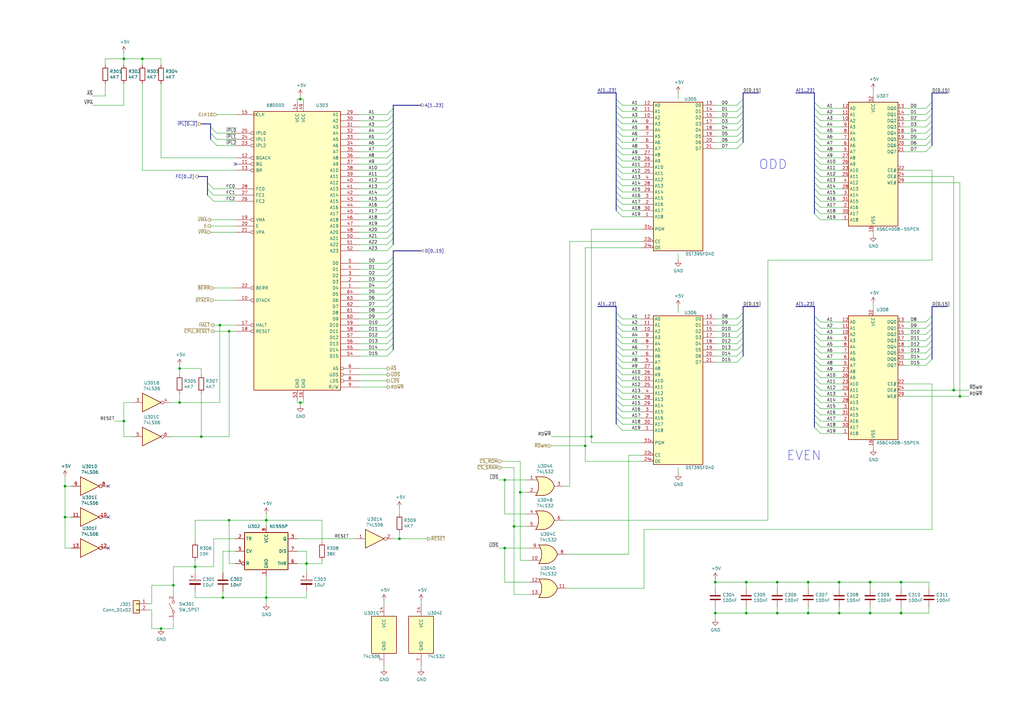
<source format=kicad_sch>
(kicad_sch (version 20231120) (generator "eeschema") (generator_version "8.0")
  (paper "A3")
  (title_block (title "Y Ddraig") (company "Stephen Moody"))
  (junction (at 318.77 238.76))
  (junction (at 293.37 238.76))
  (junction (at 331.47 251.46))
  (junction (at 93.98 213.36))
  (junction (at 26.67 199.39))
  (junction (at 58.42 24.13))
  (junction (at 213.36 201.93))
  (junction (at 109.22 245.11))
  (junction (at 50.8 172.72))
  (junction (at 391.16 160.02))
  (junction (at 318.77 251.46))
  (junction (at 123.19 165.1))
  (junction (at 90.17 133.35))
  (junction (at 331.47 238.76))
  (junction (at 73.66 151.13))
  (junction (at 80.01 232.41))
  (junction (at 369.57 238.76))
  (junction (at 242.57 179.07))
  (junction (at 306.07 238.76))
  (junction (at 344.17 251.46))
  (junction (at 240.03 182.88))
  (junction (at 163.83 220.98))
  (junction (at 393.7 162.56))
  (junction (at 73.66 165.1))
  (junction (at 369.57 251.46))
  (junction (at 50.8 24.13))
  (junction (at 125.73 231.14))
  (junction (at 207.01 224.79))
  (junction (at 344.17 238.76))
  (junction (at 123.19 40.64))
  (junction (at 210.82 215.9))
  (junction (at 71.12 240.03))
  (junction (at 293.37 251.46))
  (junction (at 66.04 257.81))
  (junction (at 91.44 245.11))
  (junction (at 109.22 213.36))
  (junction (at 356.87 251.46))
  (junction (at 207.01 196.85))
  (junction (at 26.67 212.09))
  (junction (at 356.87 238.76))
  (junction (at 93.98 135.89))
  (junction (at 82.55 179.07))
  (junction (at 306.07 251.46))
  (no_connect (at 96.52 67.31))
  (no_connect (at 44.45 199.39))
  (no_connect (at 44.45 224.79))
  (no_connect (at 44.45 212.09))
  (bus_entry (at 158.75 80.01) (size 2.54 -2.54))
  (bus_entry (at 382.27 49.53) (size -2.54 2.54))
  (bus_entry (at 252.73 60.96) (size 2.54 2.54))
  (bus_entry (at 158.75 72.39) (size 2.54 -2.54))
  (bus_entry (at 334.01 152.4) (size 2.54 2.54))
  (bus_entry (at 334.01 87.63) (size 2.54 2.54))
  (bus_entry (at 334.01 134.62) (size 2.54 2.54))
  (bus_entry (at 334.01 154.94) (size 2.54 2.54))
  (bus_entry (at 158.75 146.05) (size 2.54 -2.54))
  (bus_entry (at 334.01 41.91) (size 2.54 2.54))
  (bus_entry (at 382.27 147.32) (size -2.54 2.54))
  (bus_entry (at 334.01 144.78) (size 2.54 2.54))
  (bus_entry (at 158.75 140.97) (size 2.54 -2.54))
  (bus_entry (at 252.73 166.37) (size 2.54 2.54))
  (bus_entry (at 334.01 139.7) (size 2.54 2.54))
  (bus_entry (at 304.8 140.97) (size -2.54 2.54))
  (bus_entry (at 252.73 45.72) (size 2.54 2.54))
  (bus_entry (at 252.73 40.64) (size 2.54 2.54))
  (bus_entry (at 158.75 133.35) (size 2.54 -2.54))
  (bus_entry (at 252.73 73.66) (size 2.54 2.54))
  (bus_entry (at 334.01 54.61) (size 2.54 2.54))
  (bus_entry (at 334.01 129.54) (size 2.54 2.54))
  (bus_entry (at 304.8 135.89) (size -2.54 2.54))
  (bus_entry (at 252.73 81.28) (size 2.54 2.54))
  (bus_entry (at 252.73 151.13) (size 2.54 2.54))
  (bus_entry (at 252.73 138.43) (size 2.54 2.54))
  (bus_entry (at 382.27 142.24) (size -2.54 2.54))
  (bus_entry (at 382.27 44.45) (size -2.54 2.54))
  (bus_entry (at 158.75 54.61) (size 2.54 -2.54))
  (bus_entry (at 382.27 134.62) (size -2.54 2.54))
  (bus_entry (at 252.73 76.2) (size 2.54 2.54))
  (bus_entry (at 334.01 137.16) (size 2.54 2.54))
  (bus_entry (at 252.73 71.12) (size 2.54 2.54))
  (bus_entry (at 158.75 125.73) (size 2.54 -2.54))
  (bus_entry (at 382.27 52.07) (size -2.54 2.54))
  (bus_entry (at 158.75 77.47) (size 2.54 -2.54))
  (bus_entry (at 158.75 115.57) (size 2.54 -2.54))
  (bus_entry (at 158.75 130.81) (size 2.54 -2.54))
  (bus_entry (at 158.75 74.93) (size 2.54 -2.54))
  (bus_entry (at 158.75 97.79) (size 2.54 -2.54))
  (bus_entry (at 252.73 86.36) (size 2.54 2.54))
  (bus_entry (at 252.73 50.8) (size 2.54 2.54))
  (bus_entry (at 334.01 49.53) (size 2.54 2.54))
  (bus_entry (at 252.73 133.35) (size 2.54 2.54))
  (bus_entry (at 158.75 128.27) (size 2.54 -2.54))
  (bus_entry (at 382.27 139.7) (size -2.54 2.54))
  (bus_entry (at 252.73 48.26) (size 2.54 2.54))
  (bus_entry (at 334.01 149.86) (size 2.54 2.54))
  (bus_entry (at 252.73 130.81) (size 2.54 2.54))
  (bus_entry (at 158.75 46.99) (size 2.54 -2.54))
  (bus_entry (at 158.75 67.31) (size 2.54 -2.54))
  (bus_entry (at 158.75 100.33) (size 2.54 -2.54))
  (bus_entry (at 382.27 144.78) (size -2.54 2.54))
  (bus_entry (at 304.8 40.64) (size -2.54 2.54))
  (bus_entry (at 334.01 59.69) (size 2.54 2.54))
  (bus_entry (at 158.75 138.43) (size 2.54 -2.54))
  (bus_entry (at 252.73 83.82) (size 2.54 2.54))
  (bus_entry (at 158.75 64.77) (size 2.54 -2.54))
  (bus_entry (at 334.01 74.93) (size 2.54 2.54))
  (bus_entry (at 252.73 171.45) (size 2.54 2.54))
  (bus_entry (at 85.09 74.93) (size 2.54 2.54))
  (bus_entry (at 382.27 137.16) (size -2.54 2.54))
  (bus_entry (at 158.75 85.09) (size 2.54 -2.54))
  (bus_entry (at 334.01 72.39) (size 2.54 2.54))
  (bus_entry (at 382.27 57.15) (size -2.54 2.54))
  (bus_entry (at 252.73 146.05) (size 2.54 2.54))
  (bus_entry (at 158.75 92.71) (size 2.54 -2.54))
  (bus_entry (at 334.01 62.23) (size 2.54 2.54))
  (bus_entry (at 334.01 175.26) (size 2.54 2.54))
  (bus_entry (at 252.73 68.58) (size 2.54 2.54))
  (bus_entry (at 334.01 46.99) (size 2.54 2.54))
  (bus_entry (at 334.01 44.45) (size 2.54 2.54))
  (bus_entry (at 382.27 132.08) (size -2.54 2.54))
  (bus_entry (at 158.75 120.65) (size 2.54 -2.54))
  (bus_entry (at 252.73 135.89) (size 2.54 2.54))
  (bus_entry (at 334.01 172.72) (size 2.54 2.54))
  (bus_entry (at 334.01 67.31) (size 2.54 2.54))
  (bus_entry (at 158.75 52.07) (size 2.54 -2.54))
  (bus_entry (at 252.73 43.18) (size 2.54 2.54))
  (bus_entry (at 334.01 165.1) (size 2.54 2.54))
  (bus_entry (at 158.75 107.95) (size 2.54 -2.54))
  (bus_entry (at 86.36 57.15) (size 2.54 2.54))
  (bus_entry (at 158.75 57.15) (size 2.54 -2.54))
  (bus_entry (at 304.8 45.72) (size -2.54 2.54))
  (bus_entry (at 158.75 123.19) (size 2.54 -2.54))
  (bus_entry (at 252.73 168.91) (size 2.54 2.54))
  (bus_entry (at 382.27 129.54) (size -2.54 2.54))
  (bus_entry (at 252.73 66.04) (size 2.54 2.54))
  (bus_entry (at 304.8 50.8) (size -2.54 2.54))
  (bus_entry (at 334.01 142.24) (size 2.54 2.54))
  (bus_entry (at 334.01 157.48) (size 2.54 2.54))
  (bus_entry (at 158.75 49.53) (size 2.54 -2.54))
  (bus_entry (at 252.73 173.99) (size 2.54 2.54))
  (bus_entry (at 304.8 128.27) (size -2.54 2.54))
  (bus_entry (at 304.8 55.88) (size -2.54 2.54))
  (bus_entry (at 158.75 102.87) (size 2.54 -2.54))
  (bus_entry (at 304.8 43.18) (size -2.54 2.54))
  (bus_entry (at 252.73 148.59) (size 2.54 2.54))
  (bus_entry (at 334.01 160.02) (size 2.54 2.54))
  (bus_entry (at 334.01 57.15) (size 2.54 2.54))
  (bus_entry (at 334.01 52.07) (size 2.54 2.54))
  (bus_entry (at 252.73 153.67) (size 2.54 2.54))
  (bus_entry (at 304.8 58.42) (size -2.54 2.54))
  (bus_entry (at 252.73 158.75) (size 2.54 2.54))
  (bus_entry (at 158.75 69.85) (size 2.54 -2.54))
  (bus_entry (at 252.73 156.21) (size 2.54 2.54))
  (bus_entry (at 158.75 90.17) (size 2.54 -2.54))
  (bus_entry (at 382.27 54.61) (size -2.54 2.54))
  (bus_entry (at 252.73 140.97) (size 2.54 2.54))
  (bus_entry (at 86.36 54.61) (size 2.54 2.54))
  (bus_entry (at 304.8 138.43) (size -2.54 2.54))
  (bus_entry (at 334.01 69.85) (size 2.54 2.54))
  (bus_entry (at 334.01 170.18) (size 2.54 2.54))
  (bus_entry (at 252.73 161.29) (size 2.54 2.54))
  (bus_entry (at 158.75 113.03) (size 2.54 -2.54))
  (bus_entry (at 334.01 77.47) (size 2.54 2.54))
  (bus_entry (at 334.01 167.64) (size 2.54 2.54))
  (bus_entry (at 334.01 64.77) (size 2.54 2.54))
  (bus_entry (at 334.01 80.01) (size 2.54 2.54))
  (bus_entry (at 252.73 63.5) (size 2.54 2.54))
  (bus_entry (at 158.75 87.63) (size 2.54 -2.54))
  (bus_entry (at 158.75 95.25) (size 2.54 -2.54))
  (bus_entry (at 334.01 82.55) (size 2.54 2.54))
  (bus_entry (at 86.36 52.07) (size 2.54 2.54))
  (bus_entry (at 158.75 59.69) (size 2.54 -2.54))
  (bus_entry (at 334.01 147.32) (size 2.54 2.54))
  (bus_entry (at 304.8 53.34) (size -2.54 2.54))
  (bus_entry (at 252.73 163.83) (size 2.54 2.54))
  (bus_entry (at 304.8 48.26) (size -2.54 2.54))
  (bus_entry (at 334.01 162.56) (size 2.54 2.54))
  (bus_entry (at 85.09 77.47) (size 2.54 2.54))
  (bus_entry (at 158.75 110.49) (size 2.54 -2.54))
  (bus_entry (at 252.73 53.34) (size 2.54 2.54))
  (bus_entry (at 158.75 135.89) (size 2.54 -2.54))
  (bus_entry (at 252.73 78.74) (size 2.54 2.54))
  (bus_entry (at 158.75 143.51) (size 2.54 -2.54))
  (bus_entry (at 158.75 82.55) (size 2.54 -2.54))
  (bus_entry (at 334.01 132.08) (size 2.54 2.54))
  (bus_entry (at 252.73 55.88) (size 2.54 2.54))
  (bus_entry (at 252.73 128.27) (size 2.54 2.54))
  (bus_entry (at 382.27 59.69) (size -2.54 2.54))
  (bus_entry (at 334.01 85.09) (size 2.54 2.54))
  (bus_entry (at 158.75 62.23) (size 2.54 -2.54))
  (bus_entry (at 382.27 41.91) (size -2.54 2.54))
  (bus_entry (at 158.75 118.11) (size 2.54 -2.54))
  (bus_entry (at 304.8 146.05) (size -2.54 2.54))
  (bus_entry (at 85.09 80.01) (size 2.54 2.54))
  (bus_entry (at 304.8 143.51) (size -2.54 2.54))
  (bus_entry (at 252.73 58.42) (size 2.54 2.54))
  (bus_entry (at 304.8 133.35) (size -2.54 2.54))
  (bus_entry (at 382.27 46.99) (size -2.54 2.54))
  (bus_entry (at 252.73 143.51) (size 2.54 2.54))
  (bus_entry (at 304.8 130.81) (size -2.54 2.54))
  (wire (pts (xy 306.07 251.46) (xy 293.37 251.46)))
  (bus (pts (xy 334.01 49.53) (xy 334.01 52.07)))
  (wire (pts (xy 62.23 257.81) (xy 66.04 257.81)))
  (wire (pts (xy 336.55 167.64) (xy 345.44 167.64)))
  (wire (pts (xy 158.75 151.13) (xy 147.32 151.13)))
  (bus (pts (xy 334.01 142.24) (xy 334.01 144.78)))
  (wire (pts (xy 87.63 220.98) (xy 87.63 232.41)))
  (wire (pts (xy 66.04 64.77) (xy 66.04 34.29)))
  (wire (pts (xy 345.44 67.31) (xy 336.55 67.31)))
  (wire (pts (xy 217.17 238.76) (xy 207.01 238.76)))
  (wire (pts (xy 379.73 139.7) (xy 370.84 139.7)))
  (wire (pts (xy 370.84 160.02) (xy 391.16 160.02)))
  (bus (pts (xy 382.27 125.73) (xy 388.62 125.73)))
  (wire (pts (xy 172.72 247.65) (xy 172.72 246.38)))
  (bus (pts (xy 334.01 62.23) (xy 334.01 64.77)))
  (wire (pts (xy 240.03 189.23) (xy 262.89 189.23)))
  (bus (pts (xy 382.27 49.53) (xy 382.27 52.07)))
  (bus (pts (xy 382.27 38.1) (xy 388.62 38.1)))
  (wire (pts (xy 382.27 69.85) (xy 370.84 69.85)))
  (wire (pts (xy 345.44 170.18) (xy 336.55 170.18)))
  (wire (pts (xy 240.03 101.6) (xy 240.03 182.88)))
  (wire (pts (xy 147.32 138.43) (xy 158.75 138.43)))
  (wire (pts (xy 58.42 69.85) (xy 58.42 34.29)))
  (wire (pts (xy 262.89 143.51) (xy 255.27 143.51)))
  (wire (pts (xy 381 241.3) (xy 381 238.76)))
  (bus (pts (xy 161.29 97.79) (xy 161.29 100.33)))
  (bus (pts (xy 334.01 67.31) (xy 334.01 69.85)))
  (wire (pts (xy 302.26 60.96) (xy 293.37 60.96)))
  (bus (pts (xy 334.01 149.86) (xy 334.01 152.4)))
  (bus (pts (xy 252.73 81.28) (xy 252.73 83.82)))
  (wire (pts (xy 90.17 165.1) (xy 90.17 133.35)))
  (wire (pts (xy 262.89 138.43) (xy 255.27 138.43)))
  (wire (pts (xy 96.52 46.99) (xy 88.9 46.99)))
  (wire (pts (xy 379.73 52.07) (xy 370.84 52.07)))
  (bus (pts (xy 252.73 135.89) (xy 252.73 138.43)))
  (wire (pts (xy 147.32 146.05) (xy 158.75 146.05)))
  (wire (pts (xy 264.16 217.17) (xy 382.27 217.17)))
  (wire (pts (xy 205.74 189.23) (xy 213.36 189.23)))
  (wire (pts (xy 278.13 194.31) (xy 278.13 191.77)))
  (wire (pts (xy 231.14 199.39) (xy 233.68 199.39)))
  (wire (pts (xy 147.32 52.07) (xy 158.75 52.07)))
  (bus (pts (xy 334.01 82.55) (xy 334.01 85.09)))
  (wire (pts (xy 336.55 177.8) (xy 345.44 177.8)))
  (wire (pts (xy 356.87 238.76) (xy 356.87 241.3)))
  (wire (pts (xy 46.99 172.72) (xy 50.8 172.72)))
  (wire (pts (xy 382.27 157.48) (xy 382.27 217.17)))
  (wire (pts (xy 26.67 224.79) (xy 29.21 224.79)))
  (wire (pts (xy 370.84 74.93) (xy 393.7 74.93)))
  (wire (pts (xy 50.8 26.67) (xy 50.8 24.13)))
  (bus (pts (xy 86.36 50.8) (xy 86.36 52.07)))
  (wire (pts (xy 382.27 106.68) (xy 382.27 69.85)))
  (bus (pts (xy 304.8 50.8) (xy 304.8 53.34)))
  (wire (pts (xy 147.32 95.25) (xy 158.75 95.25)))
  (wire (pts (xy 123.19 40.64) (xy 121.92 40.64)))
  (bus (pts (xy 334.01 74.93) (xy 334.01 77.47)))
  (bus (pts (xy 304.8 138.43) (xy 304.8 140.97)))
  (wire (pts (xy 26.67 212.09) (xy 26.67 224.79)))
  (bus (pts (xy 161.29 102.87) (xy 161.29 105.41)))
  (bus (pts (xy 382.27 46.99) (xy 382.27 49.53)))
  (wire (pts (xy 344.17 241.3) (xy 344.17 238.76)))
  (wire (pts (xy 345.44 52.07) (xy 336.55 52.07)))
  (wire (pts (xy 302.26 148.59) (xy 293.37 148.59)))
  (wire (pts (xy 336.55 147.32) (xy 345.44 147.32)))
  (wire (pts (xy 73.66 151.13) (xy 73.66 149.86)))
  (wire (pts (xy 293.37 238.76) (xy 306.07 238.76)))
  (wire (pts (xy 262.89 153.67) (xy 255.27 153.67)))
  (wire (pts (xy 163.83 220.98) (xy 163.83 218.44)))
  (bus (pts (xy 161.29 107.95) (xy 161.29 110.49)))
  (wire (pts (xy 93.98 213.36) (xy 109.22 213.36)))
  (wire (pts (xy 318.77 241.3) (xy 318.77 238.76)))
  (wire (pts (xy 109.22 213.36) (xy 132.08 213.36)))
  (wire (pts (xy 204.47 196.85) (xy 207.01 196.85)))
  (bus (pts (xy 161.29 87.63) (xy 161.29 90.17)))
  (wire (pts (xy 158.75 115.57) (xy 147.32 115.57)))
  (wire (pts (xy 255.27 151.13) (xy 262.89 151.13)))
  (bus (pts (xy 334.01 154.94) (xy 334.01 157.48)))
  (bus (pts (xy 161.29 54.61) (xy 161.29 57.15)))
  (wire (pts (xy 345.44 46.99) (xy 336.55 46.99)))
  (wire (pts (xy 96.52 92.71) (xy 86.36 92.71)))
  (wire (pts (xy 87.63 135.89) (xy 93.98 135.89)))
  (wire (pts (xy 158.75 135.89) (xy 147.32 135.89)))
  (wire (pts (xy 293.37 238.76) (xy 293.37 237.49)))
  (wire (pts (xy 336.55 69.85) (xy 345.44 69.85)))
  (bus (pts (xy 252.73 133.35) (xy 252.73 135.89)))
  (bus (pts (xy 382.27 57.15) (xy 382.27 59.69)))
  (bus (pts (xy 252.73 151.13) (xy 252.73 153.67)))
  (wire (pts (xy 90.17 133.35) (xy 87.63 133.35)))
  (wire (pts (xy 86.36 95.25) (xy 96.52 95.25)))
  (wire (pts (xy 58.42 69.85) (xy 96.52 69.85)))
  (wire (pts (xy 306.07 248.92) (xy 306.07 251.46)))
  (wire (pts (xy 331.47 251.46) (xy 318.77 251.46)))
  (wire (pts (xy 123.19 166.37) (xy 123.19 165.1)))
  (wire (pts (xy 255.27 166.37) (xy 262.89 166.37)))
  (wire (pts (xy 124.46 165.1) (xy 124.46 163.83)))
  (bus (pts (xy 161.29 110.49) (xy 161.29 113.03)))
  (bus (pts (xy 252.73 43.18) (xy 252.73 45.72)))
  (bus (pts (xy 252.73 73.66) (xy 252.73 76.2)))
  (bus (pts (xy 86.36 52.07) (xy 86.36 54.61)))
  (bus (pts (xy 161.29 123.19) (xy 161.29 125.73)))
  (wire (pts (xy 132.08 213.36) (xy 132.08 222.25)))
  (bus (pts (xy 334.01 134.62) (xy 334.01 137.16)))
  (wire (pts (xy 302.26 45.72) (xy 293.37 45.72)))
  (wire (pts (xy 26.67 212.09) (xy 29.21 212.09)))
  (bus (pts (xy 382.27 144.78) (xy 382.27 147.32)))
  (wire (pts (xy 331.47 241.3) (xy 331.47 238.76)))
  (wire (pts (xy 358.14 184.15) (xy 358.14 182.88)))
  (wire (pts (xy 147.32 80.01) (xy 158.75 80.01)))
  (wire (pts (xy 71.12 257.81) (xy 66.04 257.81)))
  (wire (pts (xy 379.73 149.86) (xy 370.84 149.86)))
  (wire (pts (xy 91.44 245.11) (xy 80.01 245.11)))
  (bus (pts (xy 161.29 105.41) (xy 161.29 107.95)))
  (bus (pts (xy 85.09 72.39) (xy 81.28 72.39)))
  (wire (pts (xy 262.89 66.04) (xy 255.27 66.04)))
  (wire (pts (xy 293.37 146.05) (xy 302.26 146.05)))
  (wire (pts (xy 381 251.46) (xy 381 248.92)))
  (wire (pts (xy 262.89 173.99) (xy 255.27 173.99)))
  (wire (pts (xy 87.63 123.19) (xy 96.52 123.19)))
  (wire (pts (xy 213.36 189.23) (xy 213.36 201.93)))
  (bus (pts (xy 252.73 171.45) (xy 252.73 173.99)))
  (bus (pts (xy 161.29 43.18) (xy 161.29 44.45)))
  (wire (pts (xy 302.26 138.43) (xy 293.37 138.43)))
  (wire (pts (xy 26.67 195.58) (xy 26.67 199.39)))
  (bus (pts (xy 334.01 125.73) (xy 326.39 125.73)))
  (bus (pts (xy 161.29 46.99) (xy 161.29 49.53)))
  (wire (pts (xy 370.84 44.45) (xy 379.73 44.45)))
  (wire (pts (xy 210.82 215.9) (xy 215.9 215.9)))
  (wire (pts (xy 147.32 158.75) (xy 158.75 158.75)))
  (wire (pts (xy 157.48 247.65) (xy 157.48 246.38)))
  (bus (pts (xy 252.73 168.91) (xy 252.73 171.45)))
  (bus (pts (xy 252.73 148.59) (xy 252.73 151.13)))
  (bus (pts (xy 161.29 102.87) (xy 172.72 102.87)))
  (wire (pts (xy 213.36 229.87) (xy 217.17 229.87)))
  (wire (pts (xy 391.16 160.02) (xy 397.51 160.02)))
  (bus (pts (xy 252.73 161.29) (xy 252.73 163.83)))
  (wire (pts (xy 336.55 137.16) (xy 345.44 137.16)))
  (bus (pts (xy 85.09 74.93) (xy 85.09 77.47)))
  (bus (pts (xy 161.29 64.77) (xy 161.29 67.31)))
  (wire (pts (xy 82.55 179.07) (xy 82.55 161.29)))
  (wire (pts (xy 207.01 196.85) (xy 215.9 196.85)))
  (bus (pts (xy 334.01 41.91) (xy 334.01 44.45)))
  (wire (pts (xy 80.01 229.87) (xy 80.01 232.41)))
  (wire (pts (xy 73.66 165.1) (xy 73.66 161.29)))
  (wire (pts (xy 158.75 92.71) (xy 147.32 92.71)))
  (wire (pts (xy 262.89 86.36) (xy 255.27 86.36)))
  (bus (pts (xy 334.01 170.18) (xy 334.01 172.72)))
  (wire (pts (xy 147.32 133.35) (xy 158.75 133.35)))
  (wire (pts (xy 73.66 153.67) (xy 73.66 151.13)))
  (bus (pts (xy 304.8 38.1) (xy 304.8 40.64)))
  (wire (pts (xy 302.26 143.51) (xy 293.37 143.51)))
  (wire (pts (xy 345.44 165.1) (xy 336.55 165.1)))
  (wire (pts (xy 158.75 87.63) (xy 147.32 87.63)))
  (bus (pts (xy 252.73 125.73) (xy 245.11 125.73)))
  (wire (pts (xy 255.27 78.74) (xy 262.89 78.74)))
  (wire (pts (xy 158.75 102.87) (xy 147.32 102.87)))
  (bus (pts (xy 252.73 38.1) (xy 245.11 38.1)))
  (wire (pts (xy 147.32 67.31) (xy 158.75 67.31)))
  (bus (pts (xy 161.29 62.23) (xy 161.29 64.77)))
  (wire (pts (xy 158.75 74.93) (xy 147.32 74.93)))
  (bus (pts (xy 382.27 137.16) (xy 382.27 139.7)))
  (wire (pts (xy 50.8 43.18) (xy 50.8 34.29)))
  (bus (pts (xy 86.36 54.61) (xy 86.36 57.15)))
  (bus (pts (xy 161.29 52.07) (xy 161.29 54.61)))
  (wire (pts (xy 391.16 160.02) (xy 391.16 72.39)))
  (wire (pts (xy 80.01 232.41) (xy 71.12 232.41)))
  (wire (pts (xy 255.27 130.81) (xy 262.89 130.81)))
  (wire (pts (xy 50.8 24.13) (xy 50.8 21.59)))
  (wire (pts (xy 158.75 110.49) (xy 147.32 110.49)))
  (bus (pts (xy 252.73 60.96) (xy 252.73 63.5)))
  (wire (pts (xy 257.81 186.69) (xy 262.89 186.69)))
  (bus (pts (xy 161.29 82.55) (xy 161.29 85.09)))
  (wire (pts (xy 147.32 118.11) (xy 158.75 118.11)))
  (wire (pts (xy 255.27 88.9) (xy 262.89 88.9)))
  (wire (pts (xy 91.44 242.57) (xy 91.44 245.11)))
  (wire (pts (xy 336.55 80.01) (xy 345.44 80.01)))
  (wire (pts (xy 393.7 74.93) (xy 393.7 162.56)))
  (bus (pts (xy 252.73 125.73) (xy 252.73 128.27)))
  (wire (pts (xy 215.9 210.82) (xy 207.01 210.82)))
  (bus (pts (xy 334.01 52.07) (xy 334.01 54.61)))
  (wire (pts (xy 93.98 135.89) (xy 96.52 135.89)))
  (bus (pts (xy 161.29 80.01) (xy 161.29 82.55)))
  (bus (pts (xy 252.73 76.2) (xy 252.73 78.74)))
  (wire (pts (xy 80.01 213.36) (xy 93.98 213.36)))
  (wire (pts (xy 262.89 133.35) (xy 255.27 133.35)))
  (wire (pts (xy 96.52 220.98) (xy 87.63 220.98)))
  (wire (pts (xy 147.32 62.23) (xy 158.75 62.23)))
  (bus (pts (xy 161.29 95.25) (xy 161.29 97.79)))
  (wire (pts (xy 262.89 168.91) (xy 255.27 168.91)))
  (wire (pts (xy 91.44 245.11) (xy 109.22 245.11)))
  (wire (pts (xy 60.96 247.65) (xy 62.23 247.65)))
  (wire (pts (xy 86.36 90.17) (xy 96.52 90.17)))
  (bus (pts (xy 304.8 130.81) (xy 304.8 133.35)))
  (wire (pts (xy 293.37 43.18) (xy 302.26 43.18)))
  (wire (pts (xy 358.14 124.46) (xy 358.14 127)))
  (bus (pts (xy 252.73 45.72) (xy 252.73 48.26)))
  (bus (pts (xy 334.01 137.16) (xy 334.01 139.7)))
  (wire (pts (xy 344.17 248.92) (xy 344.17 251.46)))
  (wire (pts (xy 62.23 250.19) (xy 62.23 257.81)))
  (bus (pts (xy 252.73 78.74) (xy 252.73 81.28)))
  (wire (pts (xy 262.89 158.75) (xy 255.27 158.75)))
  (bus (pts (xy 252.73 140.97) (xy 252.73 143.51)))
  (wire (pts (xy 232.41 227.33) (xy 257.81 227.33)))
  (wire (pts (xy 293.37 140.97) (xy 302.26 140.97)))
  (wire (pts (xy 314.96 213.36) (xy 314.96 106.68)))
  (wire (pts (xy 158.75 156.21) (xy 147.32 156.21)))
  (wire (pts (xy 345.44 82.55) (xy 336.55 82.55)))
  (wire (pts (xy 345.44 160.02) (xy 336.55 160.02)))
  (wire (pts (xy 370.84 147.32) (xy 379.73 147.32)))
  (wire (pts (xy 262.89 163.83) (xy 255.27 163.83)))
  (bus (pts (xy 304.8 143.51) (xy 304.8 146.05)))
  (wire (pts (xy 43.18 26.67) (xy 43.18 24.13)))
  (wire (pts (xy 345.44 175.26) (xy 336.55 175.26)))
  (wire (pts (xy 158.75 64.77) (xy 147.32 64.77)))
  (wire (pts (xy 242.57 181.61) (xy 262.89 181.61)))
  (bus (pts (xy 334.01 167.64) (xy 334.01 170.18)))
  (bus (pts (xy 334.01 72.39) (xy 334.01 74.93)))
  (wire (pts (xy 293.37 248.92) (xy 293.37 251.46)))
  (wire (pts (xy 123.19 40.64) (xy 123.19 39.37)))
  (bus (pts (xy 334.01 44.45) (xy 334.01 46.99)))
  (bus (pts (xy 382.27 54.61) (xy 382.27 57.15)))
  (wire (pts (xy 147.32 143.51) (xy 158.75 143.51)))
  (bus (pts (xy 161.29 140.97) (xy 161.29 143.51)))
  (wire (pts (xy 369.57 248.92) (xy 369.57 251.46)))
  (bus (pts (xy 252.73 130.81) (xy 252.73 133.35)))
  (wire (pts (xy 345.44 77.47) (xy 336.55 77.47)))
  (wire (pts (xy 87.63 232.41) (xy 80.01 232.41)))
  (wire (pts (xy 147.32 113.03) (xy 158.75 113.03)))
  (bus (pts (xy 304.8 40.64) (xy 304.8 43.18)))
  (bus (pts (xy 161.29 72.39) (xy 161.29 74.93)))
  (wire (pts (xy 66.04 24.13) (xy 66.04 26.67)))
  (wire (pts (xy 345.44 62.23) (xy 336.55 62.23)))
  (wire (pts (xy 336.55 172.72) (xy 345.44 172.72)))
  (wire (pts (xy 96.52 226.06) (xy 91.44 226.06)))
  (bus (pts (xy 86.36 50.8) (xy 82.55 50.8)))
  (bus (pts (xy 334.01 46.99) (xy 334.01 49.53)))
  (bus (pts (xy 252.73 163.83) (xy 252.73 166.37)))
  (bus (pts (xy 382.27 125.73) (xy 382.27 129.54)))
  (wire (pts (xy 96.52 133.35) (xy 90.17 133.35)))
  (wire (pts (xy 82.55 179.07) (xy 93.98 179.07)))
  (bus (pts (xy 334.01 59.69) (xy 334.01 62.23)))
  (wire (pts (xy 345.44 144.78) (xy 336.55 144.78)))
  (bus (pts (xy 382.27 38.1) (xy 382.27 41.91)))
  (bus (pts (xy 334.01 165.1) (xy 334.01 167.64)))
  (bus (pts (xy 161.29 138.43) (xy 161.29 140.97)))
  (wire (pts (xy 262.89 76.2) (xy 255.27 76.2)))
  (wire (pts (xy 262.89 55.88) (xy 255.27 55.88)))
  (wire (pts (xy 255.27 135.89) (xy 262.89 135.89)))
  (wire (pts (xy 207.01 238.76) (xy 207.01 224.79)))
  (wire (pts (xy 255.27 161.29) (xy 262.89 161.29)))
  (wire (pts (xy 163.83 210.82) (xy 163.83 208.28)))
  (bus (pts (xy 304.8 43.18) (xy 304.8 45.72)))
  (wire (pts (xy 255.27 171.45) (xy 262.89 171.45)))
  (wire (pts (xy 370.84 142.24) (xy 379.73 142.24)))
  (wire (pts (xy 331.47 248.92) (xy 331.47 251.46)))
  (wire (pts (xy 369.57 251.46) (xy 356.87 251.46)))
  (bus (pts (xy 161.29 59.69) (xy 161.29 62.23)))
  (bus (pts (xy 382.27 134.62) (xy 382.27 137.16)))
  (wire (pts (xy 147.32 46.99) (xy 158.75 46.99)))
  (wire (pts (xy 356.87 251.46) (xy 344.17 251.46)))
  (wire (pts (xy 233.68 99.06) (xy 262.89 99.06)))
  (wire (pts (xy 158.75 97.79) (xy 147.32 97.79)))
  (wire (pts (xy 302.26 55.88) (xy 293.37 55.88)))
  (wire (pts (xy 147.32 72.39) (xy 158.75 72.39)))
  (bus (pts (xy 304.8 135.89) (xy 304.8 138.43)))
  (bus (pts (xy 334.01 38.1) (xy 334.01 41.91)))
  (bus (pts (xy 304.8 48.26) (xy 304.8 50.8)))
  (wire (pts (xy 233.68 199.39) (xy 233.68 99.06)))
  (wire (pts (xy 264.16 241.3) (xy 264.16 217.17)))
  (bus (pts (xy 304.8 45.72) (xy 304.8 48.26)))
  (bus (pts (xy 304.8 125.73) (xy 304.8 128.27)))
  (wire (pts (xy 336.55 74.93) (xy 345.44 74.93)))
  (wire (pts (xy 132.08 231.14) (xy 132.08 229.87)))
  (bus (pts (xy 304.8 128.27) (xy 304.8 130.81)))
  (wire (pts (xy 43.18 24.13) (xy 50.8 24.13)))
  (wire (pts (xy 382.27 157.48) (xy 370.84 157.48)))
  (bus (pts (xy 85.09 72.39) (xy 85.09 74.93)))
  (wire (pts (xy 213.36 201.93) (xy 215.9 201.93)))
  (wire (pts (xy 71.12 254) (xy 71.12 257.81)))
  (wire (pts (xy 336.55 90.17) (xy 345.44 90.17)))
  (wire (pts (xy 255.27 48.26) (xy 262.89 48.26)))
  (wire (pts (xy 232.41 241.3) (xy 264.16 241.3)))
  (wire (pts (xy 62.23 240.03) (xy 71.12 240.03)))
  (wire (pts (xy 345.44 87.63) (xy 336.55 87.63)))
  (bus (pts (xy 334.01 157.48) (xy 334.01 160.02)))
  (bus (pts (xy 334.01 64.77) (xy 334.01 67.31)))
  (wire (pts (xy 121.92 165.1) (xy 121.92 163.83)))
  (bus (pts (xy 334.01 162.56) (xy 334.01 165.1)))
  (wire (pts (xy 336.55 49.53) (xy 345.44 49.53)))
  (wire (pts (xy 278.13 125.73) (xy 278.13 128.27)))
  (wire (pts (xy 262.89 60.96) (xy 255.27 60.96)))
  (wire (pts (xy 358.14 36.83) (xy 358.14 39.37)))
  (bus (pts (xy 252.73 158.75) (xy 252.73 161.29)))
  (wire (pts (xy 147.32 123.19) (xy 158.75 123.19)))
  (bus (pts (xy 161.29 90.17) (xy 161.29 92.71)))
  (wire (pts (xy 336.55 142.24) (xy 345.44 142.24)))
  (wire (pts (xy 58.42 24.13) (xy 66.04 24.13)))
  (bus (pts (xy 252.73 128.27) (xy 252.73 130.81)))
  (wire (pts (xy 370.84 132.08) (xy 379.73 132.08)))
  (wire (pts (xy 255.27 58.42) (xy 262.89 58.42)))
  (wire (pts (xy 80.01 245.11) (xy 80.01 242.57)))
  (wire (pts (xy 210.82 191.77) (xy 210.82 215.9)))
  (wire (pts (xy 318.77 251.46) (xy 306.07 251.46)))
  (bus (pts (xy 252.73 53.34) (xy 252.73 55.88)))
  (wire (pts (xy 262.89 45.72) (xy 255.27 45.72)))
  (wire (pts (xy 369.57 241.3) (xy 369.57 238.76)))
  (wire (pts (xy 255.27 176.53) (xy 262.89 176.53)))
  (bus (pts (xy 382.27 132.08) (xy 382.27 134.62)))
  (bus (pts (xy 304.8 125.73) (xy 311.15 125.73)))
  (wire (pts (xy 121.92 226.06) (xy 125.73 226.06)))
  (wire (pts (xy 345.44 72.39) (xy 336.55 72.39)))
  (bus (pts (xy 304.8 140.97) (xy 304.8 143.51)))
  (wire (pts (xy 210.82 191.77) (xy 205.74 191.77)))
  (wire (pts (xy 109.22 245.11) (xy 109.22 236.22)))
  (wire (pts (xy 91.44 226.06) (xy 91.44 234.95)))
  (bus (pts (xy 161.29 125.73) (xy 161.29 128.27)))
  (bus (pts (xy 161.29 44.45) (xy 161.29 46.99)))
  (wire (pts (xy 204.47 224.79) (xy 207.01 224.79)))
  (bus (pts (xy 161.29 128.27) (xy 161.29 130.81)))
  (wire (pts (xy 255.27 140.97) (xy 262.89 140.97)))
  (bus (pts (xy 161.29 57.15) (xy 161.29 59.69)))
  (wire (pts (xy 60.96 250.19) (xy 62.23 250.19)))
  (wire (pts (xy 336.55 44.45) (xy 345.44 44.45)))
  (bus (pts (xy 334.01 57.15) (xy 334.01 59.69)))
  (wire (pts (xy 336.55 59.69) (xy 345.44 59.69)))
  (wire (pts (xy 207.01 224.79) (xy 217.17 224.79)))
  (bus (pts (xy 161.29 49.53) (xy 161.29 52.07)))
  (wire (pts (xy 96.52 231.14) (xy 93.98 231.14)))
  (wire (pts (xy 93.98 231.14) (xy 93.98 213.36)))
  (wire (pts (xy 379.73 46.99) (xy 370.84 46.99)))
  (wire (pts (xy 293.37 251.46) (xy 293.37 254)))
  (bus (pts (xy 161.29 67.31) (xy 161.29 69.85)))
  (bus (pts (xy 252.73 68.58) (xy 252.73 71.12)))
  (bus (pts (xy 304.8 38.1) (xy 311.15 38.1)))
  (wire (pts (xy 158.75 82.55) (xy 147.32 82.55)))
  (wire (pts (xy 147.32 90.17) (xy 158.75 90.17)))
  (wire (pts (xy 147.32 100.33) (xy 158.75 100.33)))
  (wire (pts (xy 336.55 64.77) (xy 345.44 64.77)))
  (bus (pts (xy 252.73 146.05) (xy 252.73 148.59)))
  (bus (pts (xy 252.73 166.37) (xy 252.73 168.91)))
  (wire (pts (xy 158.75 120.65) (xy 147.32 120.65)))
  (bus (pts (xy 252.73 138.43) (xy 252.73 140.97)))
  (wire (pts (xy 255.27 63.5) (xy 262.89 63.5)))
  (wire (pts (xy 293.37 130.81) (xy 302.26 130.81)))
  (wire (pts (xy 73.66 165.1) (xy 90.17 165.1)))
  (wire (pts (xy 336.55 132.08) (xy 345.44 132.08)))
  (wire (pts (xy 262.89 50.8) (xy 255.27 50.8)))
  (wire (pts (xy 336.55 85.09) (xy 345.44 85.09)))
  (wire (pts (xy 318.77 248.92) (xy 318.77 251.46)))
  (wire (pts (xy 109.22 245.11) (xy 109.22 247.65)))
  (bus (pts (xy 334.01 132.08) (xy 334.01 134.62)))
  (wire (pts (xy 255.27 68.58) (xy 262.89 68.58)))
  (bus (pts (xy 161.29 120.65) (xy 161.29 123.19)))
  (wire (pts (xy 96.52 118.11) (xy 87.63 118.11)))
  (bus (pts (xy 161.29 118.11) (xy 161.29 120.65)))
  (bus (pts (xy 161.29 92.71) (xy 161.29 95.25)))
  (wire (pts (xy 71.12 232.41) (xy 71.12 240.03)))
  (wire (pts (xy 125.73 226.06) (xy 125.73 231.14)))
  (wire (pts (xy 88.9 59.69) (xy 96.52 59.69)))
  (bus (pts (xy 252.73 50.8) (xy 252.73 53.34)))
  (wire (pts (xy 336.55 54.61) (xy 345.44 54.61)))
  (wire (pts (xy 318.77 238.76) (xy 331.47 238.76)))
  (wire (pts (xy 158.75 54.61) (xy 147.32 54.61)))
  (wire (pts (xy 242.57 93.98) (xy 262.89 93.98)))
  (wire (pts (xy 93.98 179.07) (xy 93.98 135.89)))
  (wire (pts (xy 161.29 220.98) (xy 163.83 220.98)))
  (wire (pts (xy 306.07 241.3) (xy 306.07 238.76)))
  (wire (pts (xy 345.44 134.62) (xy 336.55 134.62)))
  (bus (pts (xy 161.29 113.03) (xy 161.29 115.57)))
  (wire (pts (xy 358.14 96.52) (xy 358.14 95.25)))
  (wire (pts (xy 262.89 71.12) (xy 255.27 71.12)))
  (bus (pts (xy 161.29 85.09) (xy 161.29 87.63)))
  (bus (pts (xy 252.73 83.82) (xy 252.73 86.36)))
  (wire (pts (xy 80.01 232.41) (xy 80.01 234.95)))
  (wire (pts (xy 121.92 231.14) (xy 125.73 231.14)))
  (wire (pts (xy 393.7 162.56) (xy 397.51 162.56)))
  (bus (pts (xy 252.73 48.26) (xy 252.73 50.8)))
  (bus (pts (xy 334.01 147.32) (xy 334.01 149.86)))
  (bus (pts (xy 252.73 153.67) (xy 252.73 156.21)))
  (bus (pts (xy 334.01 139.7) (xy 334.01 142.24)))
  (wire (pts (xy 262.89 81.28) (xy 255.27 81.28)))
  (wire (pts (xy 242.57 93.98) (xy 242.57 179.07)))
  (wire (pts (xy 262.89 148.59) (xy 255.27 148.59)))
  (bus (pts (xy 334.01 129.54) (xy 334.01 132.08)))
  (wire (pts (xy 257.81 227.33) (xy 257.81 186.69)))
  (wire (pts (xy 121.92 40.64) (xy 121.92 41.91)))
  (wire (pts (xy 87.63 77.47) (xy 96.52 77.47)))
  (wire (pts (xy 391.16 72.39) (xy 370.84 72.39)))
  (bus (pts (xy 382.27 44.45) (xy 382.27 46.99)))
  (wire (pts (xy 147.32 128.27) (xy 158.75 128.27)))
  (wire (pts (xy 207.01 210.82) (xy 207.01 196.85)))
  (wire (pts (xy 26.67 199.39) (xy 26.67 212.09)))
  (wire (pts (xy 69.85 179.07) (xy 82.55 179.07)))
  (wire (pts (xy 344.17 251.46) (xy 331.47 251.46)))
  (wire (pts (xy 356.87 248.92) (xy 356.87 251.46)))
  (wire (pts (xy 370.84 59.69) (xy 379.73 59.69)))
  (wire (pts (xy 50.8 179.07) (xy 54.61 179.07)))
  (bus (pts (xy 382.27 52.07) (xy 382.27 54.61)))
  (bus (pts (xy 252.73 66.04) (xy 252.73 68.58)))
  (bus (pts (xy 334.01 160.02) (xy 334.01 162.56)))
  (wire (pts (xy 123.19 165.1) (xy 124.46 165.1)))
  (wire (pts (xy 109.22 213.36) (xy 109.22 215.9)))
  (bus (pts (xy 382.27 129.54) (xy 382.27 132.08)))
  (wire (pts (xy 43.18 39.37) (xy 43.18 34.29)))
  (bus (pts (xy 252.73 58.42) (xy 252.73 60.96)))
  (wire (pts (xy 255.27 73.66) (xy 262.89 73.66)))
  (bus (pts (xy 252.73 63.5) (xy 252.73 66.04)))
  (wire (pts (xy 345.44 57.15) (xy 336.55 57.15)))
  (bus (pts (xy 252.73 38.1) (xy 252.73 40.64)))
  (bus (pts (xy 161.29 43.18) (xy 172.72 43.18)))
  (wire (pts (xy 231.14 213.36) (xy 314.96 213.36)))
  (wire (pts (xy 158.75 125.73) (xy 147.32 125.73)))
  (wire (pts (xy 82.55 151.13) (xy 82.55 153.67)))
  (wire (pts (xy 344.17 238.76) (xy 356.87 238.76)))
  (wire (pts (xy 73.66 151.13) (xy 82.55 151.13)))
  (wire (pts (xy 147.32 85.09) (xy 158.75 85.09)))
  (bus (pts (xy 252.73 71.12) (xy 252.73 73.66)))
  (bus (pts (xy 161.29 77.47) (xy 161.29 80.01)))
  (wire (pts (xy 293.37 135.89) (xy 302.26 135.89)))
  (wire (pts (xy 336.55 152.4) (xy 345.44 152.4)))
  (bus (pts (xy 334.01 85.09) (xy 334.01 87.63)))
  (wire (pts (xy 336.55 157.48) (xy 345.44 157.48)))
  (wire (pts (xy 26.67 199.39) (xy 29.21 199.39)))
  (bus (pts (xy 252.73 40.64) (xy 252.73 43.18)))
  (wire (pts (xy 255.27 146.05) (xy 262.89 146.05)))
  (wire (pts (xy 255.27 83.82) (xy 262.89 83.82)))
  (wire (pts (xy 158.75 59.69) (xy 147.32 59.69)))
  (wire (pts (xy 306.07 238.76) (xy 318.77 238.76)))
  (wire (pts (xy 381 238.76) (xy 369.57 238.76)))
  (wire (pts (xy 302.26 50.8) (xy 293.37 50.8)))
  (wire (pts (xy 255.27 43.18) (xy 262.89 43.18)))
  (bus (pts (xy 161.29 69.85) (xy 161.29 72.39)))
  (wire (pts (xy 345.44 149.86) (xy 336.55 149.86)))
  (wire (pts (xy 370.84 137.16) (xy 379.73 137.16)))
  (wire (pts (xy 172.72 273.05) (xy 172.72 274.32)))
  (wire (pts (xy 345.44 154.94) (xy 336.55 154.94)))
  (wire (pts (xy 50.8 172.72) (xy 50.8 165.1)))
  (bus (pts (xy 161.29 135.89) (xy 161.29 138.43)))
  (wire (pts (xy 124.46 41.91) (xy 124.46 40.64)))
  (bus (pts (xy 252.73 143.51) (xy 252.73 146.05)))
  (bus (pts (xy 382.27 142.24) (xy 382.27 144.78)))
  (wire (pts (xy 331.47 238.76) (xy 344.17 238.76)))
  (wire (pts (xy 50.8 24.13) (xy 58.42 24.13)))
  (bus (pts (xy 334.01 172.72) (xy 334.01 175.26)))
  (wire (pts (xy 293.37 48.26) (xy 302.26 48.26)))
  (wire (pts (xy 71.12 243.84) (xy 71.12 240.03)))
  (wire (pts (xy 38.1 43.18) (xy 50.8 43.18)))
  (wire (pts (xy 158.75 130.81) (xy 147.32 130.81)))
  (wire (pts (xy 125.73 231.14) (xy 125.73 234.95)))
  (wire (pts (xy 124.46 40.64) (xy 123.19 40.64)))
  (bus (pts (xy 334.01 152.4) (xy 334.01 154.94)))
  (wire (pts (xy 293.37 58.42) (xy 302.26 58.42)))
  (wire (pts (xy 379.73 134.62) (xy 370.84 134.62)))
  (wire (pts (xy 80.01 213.36) (xy 80.01 222.25)))
  (wire (pts (xy 50.8 165.1) (xy 54.61 165.1)))
  (wire (pts (xy 302.26 133.35) (xy 293.37 133.35)))
  (wire (pts (xy 157.48 273.05) (xy 157.48 274.32)))
  (bus (pts (xy 334.01 80.01) (xy 334.01 82.55)))
  (wire (pts (xy 393.7 162.56) (xy 370.84 162.56)))
  (bus (pts (xy 382.27 41.91) (xy 382.27 44.45)))
  (wire (pts (xy 345.44 139.7) (xy 336.55 139.7)))
  (wire (pts (xy 158.75 69.85) (xy 147.32 69.85)))
  (wire (pts (xy 226.06 179.07) (xy 242.57 179.07)))
  (wire (pts (xy 369.57 238.76) (xy 356.87 238.76)))
  (wire (pts (xy 293.37 241.3) (xy 293.37 238.76)))
  (wire (pts (xy 369.57 251.46) (xy 381 251.46)))
  (bus (pts (xy 304.8 55.88) (xy 304.8 58.42)))
  (bus (pts (xy 161.29 115.57) (xy 161.29 118.11)))
  (bus (pts (xy 334.01 69.85) (xy 334.01 72.39)))
  (wire (pts (xy 278.13 106.68) (xy 278.13 104.14)))
  (wire (pts (xy 210.82 215.9) (xy 210.82 243.84)))
  (wire (pts (xy 379.73 62.23) (xy 370.84 62.23)))
  (wire (pts (xy 121.92 220.98) (xy 146.05 220.98)))
  (bus (pts (xy 382.27 139.7) (xy 382.27 142.24)))
  (bus (pts (xy 304.8 53.34) (xy 304.8 55.88)))
  (wire (pts (xy 240.03 182.88) (xy 240.03 189.23)))
  (wire (pts (xy 96.52 57.15) (xy 88.9 57.15)))
  (wire (pts (xy 255.27 156.21) (xy 262.89 156.21)))
  (wire (pts (xy 336.55 162.56) (xy 345.44 162.56)))
  (wire (pts (xy 50.8 172.72) (xy 50.8 179.07)))
  (wire (pts (xy 147.32 107.95) (xy 158.75 107.95)))
  (bus (pts (xy 161.29 130.81) (xy 161.29 133.35)))
  (bus (pts (xy 85.09 77.47) (xy 85.09 80.01)))
  (wire (pts (xy 293.37 53.34) (xy 302.26 53.34)))
  (wire (pts (xy 121.92 165.1) (xy 123.19 165.1)))
  (bus (pts (xy 161.29 133.35) (xy 161.29 135.89)))
  (wire (pts (xy 370.84 54.61) (xy 379.73 54.61)))
  (wire (pts (xy 213.36 201.93) (xy 213.36 229.87)))
  (wire (pts (xy 96.52 80.01) (xy 87.63 80.01)))
  (wire (pts (xy 278.13 38.1) (xy 278.13 40.64)))
  (bus (pts (xy 252.73 55.88) (xy 252.73 58.42)))
  (wire (pts (xy 62.23 247.65) (xy 62.23 240.03)))
  (wire (pts (xy 226.06 182.88) (xy 240.03 182.88)))
  (bus (pts (xy 334.01 38.1) (xy 326.39 38.1)))
  (wire (pts (xy 379.73 57.15) (xy 370.84 57.15)))
  (bus (pts (xy 334.01 144.78) (xy 334.01 147.32)))
  (bus (pts (xy 334.01 125.73) (xy 334.01 129.54)))
  (wire (pts (xy 125.73 231.14) (xy 132.08 231.14)))
  (wire (pts (xy 158.75 49.53) (xy 147.32 49.53)))
  (wire (pts (xy 43.18 39.37) (xy 38.1 39.37)))
  (bus (pts (xy 252.73 156.21) (xy 252.73 158.75)))
  (wire (pts (xy 109.22 245.11) (xy 125.73 245.11)))
  (wire (pts (xy 255.27 53.34) (xy 262.89 53.34)))
  (wire (pts (xy 370.84 49.53) (xy 379.73 49.53)))
  (wire (pts (xy 379.73 144.78) (xy 370.84 144.78)))
  (wire (pts (xy 314.96 106.68) (xy 382.27 106.68)))
  (wire (pts (xy 109.22 210.82) (xy 109.22 213.36)))
  (wire (pts (xy 147.32 77.47) (xy 158.75 77.47)))
  (wire (pts (xy 158.75 140.97) (xy 147.32 140.97)))
  (bus (pts (xy 304.8 133.35) (xy 304.8 135.89)))
  (wire (pts (xy 87.63 82.55) (xy 96.52 82.55)))
  (bus (pts (xy 161.29 74.93) (xy 161.29 77.47)))
  (wire (pts (xy 58.42 26.67) (xy 58.42 24.13)))
  (wire (pts (xy 210.82 243.84) (xy 217.17 243.84)))
  (wire (pts (xy 88.9 54.61) (xy 96.52 54.61)))
  (wire (pts (xy 240.03 101.6) (xy 262.89 101.6)))
  (wire (pts (xy 242.57 179.07) (xy 242.57 181.61)))
  (wire (pts (xy 175.26 220.98) (xy 163.83 220.98)))
  (wire (pts (xy 147.32 153.67) (xy 158.75 153.67)))
  (bus (pts (xy 334.01 77.47) (xy 334.01 80.01)))
  (wire (pts (xy 69.85 165.1) (xy 73.66 165.1)))
  (bus (pts (xy 334.01 54.61) (xy 334.01 57.15)))
  (wire (pts (xy 66.04 64.77) (xy 96.52 64.77)))
  (wire (pts (xy 125.73 245.11) (xy 125.73 242.57)))
  (wire (pts (xy 147.32 57.15) (xy 158.75 57.15)))
  (text "ODD" (at 311.15 69.85 0) (effects (font (size 3.81 3.81)) (justify left bottom)))
  (text "EVEN\n" (at 322.58 189.23 0) (effects (font (size 3.81 3.81)) (justify left bottom)))
  (label "D2" (at 373.38 49.53 0))
  (label "A3" (at 339.09 137.16 0))
  (label "~{IPL0}" (at 92.71 54.61 0))
  (label "A16" (at 151.13 85.09 0))
  (label "A2" (at 339.09 134.62 0))
  (label "A8" (at 259.08 148.59 0))
  (label "D13" (at 151.13 140.97 0))
  (label "A10" (at 259.08 153.67 0))
  (label "A11" (at 339.09 69.85 0))
  (label "A19" (at 259.08 176.53 0))
  (label "D11" (at 295.91 138.43 0))
  (label "A14" (at 339.09 165.1 0))
  (label "A7" (at 339.09 147.32 0))
  (label "A12" (at 339.09 160.02 0))
  (label "A19" (at 339.09 177.8 0))
  (label "~{IPL1}" (at 92.71 57.15 0))
  (label "A11" (at 259.08 68.58 0))
  (label "D[0.15]" (at 304.8 125.73 0))
  (label "D9" (at 373.38 134.62 0))
  (label "D12" (at 151.13 138.43 0))
  (label "A19" (at 151.13 92.71 0))
  (label "D13" (at 295.91 143.51 0))
  (label "D4" (at 295.91 53.34 0))
  (label "A16" (at 339.09 82.55 0))
  (label "A9" (at 259.08 63.5 0))
  (label "A13" (at 259.08 73.66 0))
  (label "D7" (at 151.13 125.73 0))
  (label "A10" (at 339.09 154.94 0))
  (label "A10" (at 259.08 66.04 0))
  (label "A15" (at 259.08 166.37 0))
  (label "A5" (at 339.09 142.24 0))
  (label "A13" (at 151.13 77.47 0))
  (label "A21" (at 151.13 97.79 0))
  (label "A18" (at 339.09 87.63 0))
  (label "D8" (at 373.38 132.08 0))
  (label "D8" (at 295.91 130.81 0))
  (label "A17" (at 339.09 85.09 0))
  (label "A12" (at 259.08 158.75 0))
  (label "A3" (at 259.08 135.89 0))
  (label "D3" (at 151.13 115.57 0))
  (label "A15" (at 259.08 78.74 0))
  (label "D14" (at 295.91 146.05 0))
  (label "D11" (at 151.13 135.89 0))
  (label "A15" (at 339.09 80.01 0))
  (label "D0" (at 151.13 107.95 0))
  (label "A9" (at 151.13 67.31 0))
  (label "~{UDS}" (at 204.47 224.79 180))
  (label "A4" (at 339.09 52.07 0))
  (label "D2" (at 151.13 113.03 0))
  (label "A[1..23]" (at 326.39 38.1 0))
  (label "A11" (at 339.09 157.48 0))
  (label "A5" (at 259.08 140.97 0))
  (label "A7" (at 259.08 58.42 0))
  (label "D12" (at 373.38 142.24 0))
  (label "A12" (at 339.09 72.39 0))
  (label "A2" (at 339.09 46.99 0))
  (label "A11" (at 259.08 156.21 0))
  (label "D1" (at 295.91 45.72 0))
  (label "A4" (at 259.08 50.8 0))
  (label "RD~{WR}" (at 397.51 162.56 0))
  (label "A14" (at 259.08 76.2 0))
  (label "~{LDS}" (at 204.47 196.85 180))
  (label "A19" (at 339.09 90.17 0))
  (label "A10" (at 151.13 69.85 0))
  (label "D5" (at 151.13 120.65 0))
  (label "A8" (at 259.08 60.96 0))
  (label "A9" (at 339.09 152.4 0))
  (label "D14" (at 373.38 147.32 0))
  (label "D10" (at 373.38 137.16 0))
  (label "A3" (at 151.13 52.07 0))
  (label "A5" (at 259.08 53.34 0))
  (label "FC2" (at 92.71 82.55 0))
  (label "D5" (at 295.91 55.88 0))
  (label "A13" (at 259.08 161.29 0))
  (label "A9" (at 259.08 151.13 0))
  (label "A22" (at 151.13 100.33 0))
  (label "D11" (at 373.38 139.7 0))
  (label "D3" (at 373.38 52.07 0))
  (label "A15" (at 151.13 82.55 0))
  (label "A3" (at 259.08 48.26 0))
  (label "D10" (at 151.13 133.35 0))
  (label "D[0.15]" (at 382.27 38.1 0))
  (label "~{VPA}" (at 38.1 43.18 180))
  (label "A17" (at 259.08 171.45 0))
  (label "A[1..23]" (at 245.11 125.73 0))
  (label "D13" (at 373.38 144.78 0))
  (label "A6" (at 259.08 55.88 0))
  (label "D6" (at 373.38 59.69 0))
  (label "A5" (at 151.13 57.15 0))
  (label "~{IPL2}" (at 92.71 59.69 0))
  (label "FC1" (at 92.71 80.01 0))
  (label "D0" (at 295.91 43.18 0))
  (label "A1" (at 151.13 46.99 0))
  (label "A9" (at 339.09 64.77 0))
  (label "A8" (at 339.09 62.23 0))
  (label "A1" (at 259.08 130.81 0))
  (label "D15" (at 295.91 148.59 0))
  (label "A12" (at 151.13 74.93 0))
  (label "D9" (at 295.91 133.35 0))
  (label "RESET" (at 137.16 220.98 0))
  (label "D1" (at 373.38 46.99 0))
  (label "D8" (at 151.13 128.27 0))
  (label "D6" (at 295.91 58.42 0))
  (label "A14" (at 339.09 77.47 0))
  (label "A13" (at 339.09 74.93 0))
  (label "A16" (at 259.08 81.28 0))
  (label "A1" (at 339.09 132.08 0))
  (label "A15" (at 339.09 167.64 0))
  (label "D7" (at 295.91 60.96 0))
  (label "A8" (at 339.09 149.86 0))
  (label "D6" (at 151.13 123.19 0))
  (label "A18" (at 151.13 90.17 0))
  (label "A8" (at 151.13 64.77 0))
  (label "D4" (at 151.13 118.11 0))
  (label "A14" (at 259.08 163.83 0))
  (label "A[1..23]" (at 245.11 38.1 0))
  (label "A20" (at 151.13 95.25 0))
  (label "A19" (at 259.08 88.9 0))
  (label "A17" (at 151.13 87.63 0))
  (label "A18" (at 339.09 175.26 0))
  (label "D14" (at 151.13 143.51 0))
  (label "D12" (at 295.91 140.97 0))
  (label "FC0" (at 92.71 77.47 0))
  (label "D7" (at 373.38 62.23 0))
  (label "~{RD}WR" (at 397.51 160.02 0))
  (label "A18" (at 259.08 86.36 0))
  (label "A1" (at 339.09 44.45 0))
  (label "RD~{WR}" (at 226.06 179.07 180))
  (label "D0" (at 373.38 44.45 0))
  (label "D4" (at 373.38 54.61 0))
  (label "D[0.15]" (at 382.27 125.73 0))
  (label "~{AS}" (at 38.1 39.37 180))
  (label "A1" (at 259.08 43.18 0))
  (label "A23" (at 151.13 102.87 0))
  (label "A12" (at 259.08 71.12 0))
  (label "D3" (at 295.91 50.8 0))
  (label "A7" (at 151.13 62.23 0))
  (label "A11" (at 151.13 72.39 0))
  (label "A7" (at 339.09 59.69 0))
  (label "A6" (at 339.09 144.78 0))
  (label "A6" (at 259.08 143.51 0))
  (label "A6" (at 339.09 57.15 0))
  (label "D9" (at 151.13 130.81 0))
  (label "A16" (at 339.09 170.18 0))
  (label "A17" (at 259.08 83.82 0))
  (label "A2" (at 151.13 49.53 0))
  (label "D[0.15]" (at 304.8 38.1 0))
  (label "A4" (at 259.08 138.43 0))
  (label "A16" (at 259.08 168.91 0))
  (label "A2" (at 259.08 133.35 0))
  (label "D2" (at 295.91 48.26 0))
  (label "D15" (at 151.13 146.05 0))
  (label "A6" (at 151.13 59.69 0))
  (label "RESET" (at 46.99 172.72 180))
  (label "A13" (at 339.09 162.56 0))
  (label "A18" (at 259.08 173.99 0))
  (label "D10" (at 295.91 135.89 0))
  (label "A4" (at 339.09 139.7 0))
  (label "A17" (at 339.09 172.72 0))
  (label "A14" (at 151.13 80.01 0))
  (label "D15" (at 373.38 149.86 0))
  (label "D5" (at 373.38 57.15 0))
  (label "A10" (at 339.09 67.31 0))
  (label "A5" (at 339.09 54.61 0))
  (label "A3" (at 339.09 49.53 0))
  (label "A[1..23]" (at 326.39 125.73 0))
  (label "A4" (at 151.13 54.61 0))
  (label "A7" (at 259.08 146.05 0))
  (label "A2" (at 259.08 45.72 0))
  (label "D1" (at 151.13 110.49 0))
  (hierarchical_label "CLK10" (shape input) (at 88.9 46.99 180))
  (hierarchical_label "D[0..15]" (shape bidirectional) (at 172.72 102.87 0))
  (hierarchical_label "~{RESET}" (shape output) (at 175.26 220.98 0))
  (hierarchical_label "~{HALT}" (shape output) (at 87.63 133.35 180))
  (hierarchical_label "~{IPL[0..2]}" (shape input) (at 82.55 50.8 180))
  (hierarchical_label "~{RD}WR" (shape input) (at 226.06 182.88 180))
  (hierarchical_label "RD~{WR}" (shape output) (at 158.75 158.75 0))
  (hierarchical_label "~{LDS}" (shape output) (at 158.75 156.21 0))
  (hierarchical_label "~{DTACK}" (shape input) (at 87.63 123.19 180))
  (hierarchical_label "~{CS_SRAM}" (shape input) (at 205.74 191.77 180))
  (hierarchical_label "~{VPA}" (shape input) (at 86.36 95.25 180))
  (hierarchical_label "~{BERR}" (shape input) (at 87.63 118.11 180))
  (hierarchical_label "~{UDS}" (shape output) (at 158.75 153.67 0))
  (hierarchical_label "~{AS}" (shape output) (at 158.75 151.13 0))
  (hierarchical_label "~{CS_ROM}" (shape input) (at 205.74 189.23 180))
  (hierarchical_label "A[1..23]" (shape output) (at 172.72 43.18 0))
  (hierarchical_label "~{CPU_RESET}" (shape output) (at 87.63 135.89 180))
  (hierarchical_label "FC[0..2]" (shape output) (at 81.28 72.39 180))
  (hierarchical_label "E" (shape output) (at 86.36 92.71 180))
  (hierarchical_label "~{VMA}" (shape output) (at 86.36 90.17 180))
  (symbol (lib_id "CPU_NXP_68000:68000D") (at 121.92 102.87 0) (unit 1)
    (property "Reference" "U303" (at 132.08 43.18 0))
    (property "Value" "68000D" (at 113.03 43.18 0))
    (property "Footprint" "Package_DIP:DIP-64_W22.86mm_Socket" (effects (hide yes)))
    (property "Datasheet" "https://www.nxp.com/docs/en/reference-manual/MC68000UM.pdf" (effects (hide yes)))
  )
  (symbol (lib_id "74xx:74LS32") (at 223.52 199.39 0) (unit 1)
    (property "Reference" "U304" (at 223.52 191.135 0))
    (property "Value" "74LS32" (at 223.52 193.4464 0))
    (property "Footprint" "Package_DIP:DIP-14_W7.62mm_Socket" (effects (hide yes)))
    (property "Datasheet" "http://www.ti.com/lit/gpn/sn74LS32" (effects (hide yes)))
  )
  (symbol (lib_id "power:GND") (at 123.19 166.37 0) (unit 1)
    (property "Reference" "#PWR0308" (effects (hide yes)))
    (property "Value" "GND" (at 123.317 170.7642 0))
  )
  (symbol (lib_id "power:+5V") (at 123.19 39.37 0) (unit 1)
    (property "Reference" "#PWR0307" (effects (hide yes)))
    (property "Value" "+5V" (at 123.571 34.9758 0))
  )
  (symbol (lib_id "Device:R") (at 43.18 30.48 0) (unit 1)
    (property "Reference" "R301" (at 44.958 29.3116 0) (effects (justify left)))
    (property "Value" "4K7" (at 44.958 31.623 0) (effects (justify left)))
    (property "Footprint" "Resistor_THT:R_Axial_DIN0207_L6.3mm_D2.5mm_P10.16mm_Horizontal" (effects (hide yes)))
  )
  (symbol (lib_id "Device:R") (at 50.8 30.48 0) (unit 1)
    (property "Reference" "R302" (at 52.578 29.3116 0) (effects (justify left)))
    (property "Value" "4K7" (at 52.578 31.623 0) (effects (justify left)))
    (property "Footprint" "Resistor_THT:R_Axial_DIN0207_L6.3mm_D2.5mm_P10.16mm_Horizontal" (effects (hide yes)))
  )
  (symbol (lib_id "power:+5V") (at 50.8 21.59 0) (unit 1)
    (property "Reference" "#PWR0302" (effects (hide yes)))
    (property "Value" "+5V" (at 51.181 17.1958 0))
  )
  (symbol (lib_id "74xx:74LS32") (at 223.52 213.36 0) (unit 2)
    (property "Reference" "U304" (at 223.52 205.105 0))
    (property "Value" "74LS32" (at 223.52 207.4164 0))
    (property "Footprint" "Package_DIP:DIP-14_W7.62mm_Socket" (effects (hide yes)))
    (property "Datasheet" "http://www.ti.com/lit/gpn/sn74LS32" (effects (hide yes)))
  )
  (symbol (lib_id "74xx:74LS32") (at 224.79 227.33 0) (unit 3)
    (property "Reference" "U304" (at 224.79 219.075 0))
    (property "Value" "74LS32" (at 224.79 221.3864 0))
    (property "Footprint" "Package_DIP:DIP-14_W7.62mm_Socket" (effects (hide yes)))
    (property "Datasheet" "http://www.ti.com/lit/gpn/sn74LS32" (effects (hide yes)))
  )
  (symbol (lib_id "74xx:74LS32") (at 224.79 241.3 0) (unit 4)
    (property "Reference" "U304" (at 224.79 233.045 0))
    (property "Value" "74LS32" (at 224.79 235.3564 0))
    (property "Footprint" "Package_DIP:DIP-14_W7.62mm_Socket" (effects (hide yes)))
    (property "Datasheet" "http://www.ti.com/lit/gpn/sn74LS32" (effects (hide yes)))
  )
  (symbol (lib_id "Memory_Flash:SST39SF040") (at 278.13 73.66 0) (unit 1)
    (property "Reference" "U305" (at 283.21 40.64 0))
    (property "Value" "SST39SF040" (at 287.02 104.14 0))
    (property "Footprint" "Package_DIP:DIP-32_W15.24mm_Socket" (effects (hide yes)))
    (property "Datasheet" "http://ww1.microchip.com/downloads/en/DeviceDoc/25022B.pdf" (effects (hide yes)))
  )
  (symbol (lib_id "Memory_RAM:AS6C4008-55PCN") (at 358.14 67.31 0) (unit 1)
    (property "Reference" "U307" (at 361.95 39.37 0))
    (property "Value" "AS6C4008-55PCN" (at 368.3 93.98 0))
    (property "Footprint" "Package_DIP:DIP-32_W15.24mm_Socket" (effects (hide yes)))
    (property "Datasheet" "https://www.alliancememory.com/wp-content/uploads/pdf/AS6C4008.pdf" (effects (hide yes)))
  )
  (symbol (lib_id "74xx:74LS32") (at 172.72 260.35 0) (unit 5)
    (property "Reference" "U304" (at 175.26 251.46 0) (effects (justify left)))
    (property "Value" "74LS32" (at 175.26 269.24 0) (effects (justify left)))
    (property "Footprint" "Package_DIP:DIP-14_W7.62mm_Socket" (effects (hide yes)))
    (property "Datasheet" "http://www.ti.com/lit/gpn/sn74LS32" (effects (hide yes)))
  )
  (symbol (lib_id "74xx:74LS06") (at 157.48 260.35 0) (unit 7)
    (property "Reference" "U301" (at 152.4 251.46 0))
    (property "Value" "74LS06" (at 152.4 269.24 0))
    (property "Footprint" "Package_DIP:DIP-14_W7.62mm_Socket" (effects (hide yes)))
    (property "Datasheet" "http://www.ti.com/lit/gpn/sn74LS06" (effects (hide yes)))
  )
  (symbol (lib_id "power:+5V") (at 157.48 246.38 0) (unit 1)
    (property "Reference" "#PWR0309" (effects (hide yes)))
    (property "Value" "+5V" (at 157.861 241.9858 0))
  )
  (symbol (lib_id "power:+5V") (at 172.72 246.38 0) (unit 1)
    (property "Reference" "#PWR0312" (effects (hide yes)))
    (property "Value" "+5V" (at 173.101 241.9858 0))
  )
  (symbol (lib_id "power:GND") (at 157.48 274.32 0) (unit 1)
    (property "Reference" "#PWR0310" (effects (hide yes)))
    (property "Value" "GND" (at 157.607 278.7142 0))
  )
  (symbol (lib_id "power:GND") (at 172.72 274.32 0) (unit 1)
    (property "Reference" "#PWR0313" (effects (hide yes)))
    (property "Value" "GND" (at 172.847 278.7142 0))
  )
  (symbol (lib_id "power:GND") (at 278.13 106.68 0) (unit 1)
    (property "Reference" "#PWR0315" (effects (hide yes)))
    (property "Value" "GND" (at 278.257 111.0742 0))
  )
  (symbol (lib_id "power:GND") (at 358.14 96.52 0) (unit 1)
    (property "Reference" "#PWR0321" (effects (hide yes)))
    (property "Value" "GND" (at 358.267 100.9142 0))
  )
  (symbol (lib_id "power:+5V") (at 278.13 38.1 0) (unit 1)
    (property "Reference" "#PWR0314" (effects (hide yes)))
    (property "Value" "+5V" (at 278.511 33.7058 0))
  )
  (symbol (lib_id "power:+5V") (at 358.14 36.83 0) (unit 1)
    (property "Reference" "#PWR0320" (effects (hide yes)))
    (property "Value" "+5V" (at 358.521 32.4358 0))
  )
  (symbol (lib_id "Memory_Flash:SST39SF040") (at 278.13 161.29 0) (unit 1)
    (property "Reference" "U306" (at 283.21 128.27 0))
    (property "Value" "SST39SF040" (at 287.02 191.77 0))
    (property "Footprint" "Package_DIP:DIP-32_W15.24mm_Socket" (effects (hide yes)))
    (property "Datasheet" "http://ww1.microchip.com/downloads/en/DeviceDoc/25022B.pdf" (effects (hide yes)))
  )
  (symbol (lib_id "Memory_RAM:AS6C4008-55PCN") (at 358.14 154.94 0) (unit 1)
    (property "Reference" "U308" (at 361.95 127 0))
    (property "Value" "AS6C4008-55PCN" (at 368.3 181.61 0))
    (property "Footprint" "Package_DIP:DIP-32_W15.24mm_Socket" (effects (hide yes)))
    (property "Datasheet" "https://www.alliancememory.com/wp-content/uploads/pdf/AS6C4008.pdf" (effects (hide yes)))
  )
  (symbol (lib_id "power:GND") (at 278.13 194.31 0) (unit 1)
    (property "Reference" "#PWR0317" (effects (hide yes)))
    (property "Value" "GND" (at 278.257 198.7042 0))
  )
  (symbol (lib_id "power:GND") (at 358.14 184.15 0) (unit 1)
    (property "Reference" "#PWR0323" (effects (hide yes)))
    (property "Value" "GND" (at 358.267 188.5442 0))
  )
  (symbol (lib_id "power:+5V") (at 278.13 125.73 0) (unit 1)
    (property "Reference" "#PWR0316" (effects (hide yes)))
    (property "Value" "+5V" (at 278.511 121.3358 0))
  )
  (symbol (lib_id "power:+5V") (at 358.14 124.46 0) (unit 1)
    (property "Reference" "#PWR0322" (effects (hide yes)))
    (property "Value" "+5V" (at 358.521 120.0658 0))
  )
  (symbol (lib_id "Device:C") (at 293.37 245.11 0) (unit 1)
    (property "Reference" "C304" (at 296.291 243.9416 0) (effects (justify left)))
    (property "Value" "100nF" (at 296.291 246.253 0) (effects (justify left)))
    (property "Footprint" "Capacitor_THT:C_Disc_D3.8mm_W2.6mm_P2.50mm" (effects (hide yes)))
  )
  (symbol (lib_id "Device:C") (at 306.07 245.11 0) (unit 1)
    (property "Reference" "C305" (at 308.991 243.9416 0) (effects (justify left)))
    (property "Value" "100nF" (at 308.991 246.253 0) (effects (justify left)))
    (property "Footprint" "Capacitor_THT:C_Disc_D3.8mm_W2.6mm_P2.50mm" (effects (hide yes)))
  )
  (symbol (lib_id "Device:C") (at 318.77 245.11 0) (unit 1)
    (property "Reference" "C306" (at 321.691 243.9416 0) (effects (justify left)))
    (property "Value" "100nF" (at 321.691 246.253 0) (effects (justify left)))
    (property "Footprint" "Capacitor_THT:C_Disc_D3.8mm_W2.6mm_P2.50mm" (effects (hide yes)))
  )
  (symbol (lib_id "Device:C") (at 331.47 245.11 0) (unit 1)
    (property "Reference" "C307" (at 334.391 243.9416 0) (effects (justify left)))
    (property "Value" "100nF" (at 334.391 246.253 0) (effects (justify left)))
    (property "Footprint" "Capacitor_THT:C_Disc_D3.8mm_W2.6mm_P2.50mm" (effects (hide yes)))
  )
  (symbol (lib_id "Device:C") (at 344.17 245.11 0) (unit 1)
    (property "Reference" "C308" (at 347.091 243.9416 0) (effects (justify left)))
    (property "Value" "100nF" (at 347.091 246.253 0) (effects (justify left)))
    (property "Footprint" "Capacitor_THT:C_Disc_D3.8mm_W2.6mm_P2.50mm" (effects (hide yes)))
  )
  (symbol (lib_id "Device:C") (at 356.87 245.11 0) (unit 1)
    (property "Reference" "C309" (at 359.791 243.9416 0) (effects (justify left)))
    (property "Value" "100nF" (at 359.791 246.253 0) (effects (justify left)))
    (property "Footprint" "Capacitor_THT:C_Disc_D3.8mm_W2.6mm_P2.50mm" (effects (hide yes)))
  )
  (symbol (lib_id "power:GND") (at 293.37 254 0) (unit 1)
    (property "Reference" "#PWR0319" (effects (hide yes)))
    (property "Value" "GND" (at 293.497 258.3942 0))
  )
  (symbol (lib_id "power:+5V") (at 293.37 237.49 0) (unit 1)
    (property "Reference" "#PWR0318" (effects (hide yes)))
    (property "Value" "+5V" (at 293.751 233.0958 0))
  )
  (symbol (lib_id "Device:C") (at 369.57 245.11 0) (unit 1)
    (property "Reference" "C310" (at 372.491 243.9416 0) (effects (justify left)))
    (property "Value" "100nF" (at 372.491 246.253 0) (effects (justify left)))
    (property "Footprint" "Capacitor_THT:C_Disc_D3.8mm_W2.6mm_P2.50mm" (effects (hide yes)))
  )
  (symbol (lib_id "Device:C") (at 381 245.11 0) (unit 1)
    (property "Reference" "C311" (at 383.921 243.9416 0) (effects (justify left)))
    (property "Value" "100nF" (at 383.921 246.253 0) (effects (justify left)))
    (property "Footprint" "Capacitor_THT:C_Disc_D3.8mm_W2.6mm_P2.50mm" (effects (hide yes)))
  )
  (symbol (lib_id "Timer:NE555P") (at 109.22 226.06 0) (unit 1)
    (property "Reference" "U302" (at 104.14 215.9 0))
    (property "Value" "NE555P" (at 114.3 215.9 0))
    (property "Footprint" "Package_DIP:DIP-8_W7.62mm" (effects (hide yes)))
    (property "Datasheet" "http://www.ti.com/lit/ds/symlink/ne555.pdf" (effects (hide yes)))
  )
  (symbol (lib_id "Connector_Generic:Conn_01x02") (at 55.88 247.65 0) (mirror y) (unit 1)
    (property "Reference" "J301" (at 53.848 247.8532 0) (effects (justify left)))
    (property "Value" "Conn_01x02" (at 53.848 250.1646 0) (effects (justify left)))
    (property "Footprint" "Connector_PinHeader_2.54mm:PinHeader_1x02_P2.54mm_Vertical" (effects (hide yes)))
  )
  (symbol (lib_id "Device:R") (at 80.01 226.06 0) (unit 1)
    (property "Reference" "R306" (at 81.788 224.8916 0) (effects (justify left)))
    (property "Value" "10K" (at 81.788 227.203 0) (effects (justify left)))
    (property "Footprint" "Resistor_THT:R_Axial_DIN0207_L6.3mm_D2.5mm_P10.16mm_Horizontal" (effects (hide yes)))
  )
  (symbol (lib_id "Device:R") (at 132.08 226.06 0) (unit 1)
    (property "Reference" "R308" (at 133.858 224.8916 0) (effects (justify left)))
    (property "Value" "38K" (at 133.858 227.203 0) (effects (justify left)))
    (property "Footprint" "Resistor_THT:R_Axial_DIN0207_L6.3mm_D2.5mm_P10.16mm_Horizontal" (effects (hide yes)))
  )
  (symbol (lib_id "Device:R") (at 163.83 214.63 0) (unit 1)
    (property "Reference" "R309" (at 165.608 213.4616 0) (effects (justify left)))
    (property "Value" "4K7" (at 165.608 215.773 0) (effects (justify left)))
    (property "Footprint" "Resistor_THT:R_Axial_DIN0207_L6.3mm_D2.5mm_P10.16mm_Horizontal" (effects (hide yes)))
  )
  (symbol (lib_id "Device:C_Polarized") (at 125.73 238.76 0) (unit 1)
    (property "Reference" "C303" (at 128.7272 237.5916 0) (effects (justify left)))
    (property "Value" "10uF" (at 128.7272 239.903 0) (effects (justify left)))
    (property "Footprint" "Capacitor_THT:CP_Radial_D5.0mm_P2.50mm" (effects (hide yes)))
  )
  (symbol (lib_id "Device:C_Polarized") (at 80.01 238.76 0) (unit 1)
    (property "Reference" "C301" (at 83.0072 237.5916 0) (effects (justify left)))
    (property "Value" "10uF" (at 83.0072 239.903 0) (effects (justify left)))
    (property "Footprint" "Capacitor_THT:CP_Radial_D5.0mm_P2.50mm" (effects (hide yes)))
  )
  (symbol (lib_id "Device:C") (at 91.44 238.76 0) (unit 1)
    (property "Reference" "C302" (at 94.361 237.5916 0) (effects (justify left)))
    (property "Value" "10nF" (at 94.361 239.903 0) (effects (justify left)))
    (property "Footprint" "Capacitor_THT:C_Disc_D3.8mm_W2.6mm_P2.50mm" (effects (hide yes)))
  )
  (symbol (lib_id "74xx:74LS06") (at 153.67 220.98 0) (unit 1)
    (property "Reference" "U301" (at 153.67 212.9282 0))
    (property "Value" "74LS06" (at 153.67 215.2396 0))
    (property "Footprint" "Package_DIP:DIP-14_W7.62mm_Socket" (effects (hide yes)))
    (property "Datasheet" "http://www.ti.com/lit/gpn/sn74LS06" (effects (hide yes)))
  )
  (symbol (lib_id "power:GND") (at 109.22 247.65 0) (unit 1)
    (property "Reference" "#PWR0306" (effects (hide yes)))
    (property "Value" "GND" (at 109.347 252.0442 0))
  )
  (symbol (lib_id "power:+5V") (at 109.22 210.82 0) (unit 1)
    (property "Reference" "#PWR0305" (effects (hide yes)))
    (property "Value" "+5V" (at 109.601 206.4258 0))
  )
  (symbol (lib_id "power:+5V") (at 163.83 208.28 0) (unit 1)
    (property "Reference" "#PWR0311" (effects (hide yes)))
    (property "Value" "+5V" (at 164.211 203.8858 0))
  )
  (symbol (lib_id "power:GND") (at 66.04 257.81 0) (unit 1)
    (property "Reference" "#PWR0303" (effects (hide yes)))
    (property "Value" "GND" (at 66.167 262.2042 0))
  )
  (symbol (lib_id "74xx:74LS06") (at 62.23 165.1 0) (unit 2)
    (property "Reference" "U301" (at 62.23 157.0482 0))
    (property "Value" "74LS06" (at 62.23 159.3596 0))
    (property "Footprint" "Package_DIP:DIP-14_W7.62mm_Socket" (effects (hide yes)))
    (property "Datasheet" "http://www.ti.com/lit/gpn/sn74LS06" (effects (hide yes)))
  )
  (symbol (lib_id "74xx:74LS06") (at 62.23 179.07 0) (unit 3)
    (property "Reference" "U301" (at 62.23 171.0182 0))
    (property "Value" "74LS06" (at 62.23 173.3296 0))
    (property "Footprint" "Package_DIP:DIP-14_W7.62mm_Socket" (effects (hide yes)))
    (property "Datasheet" "http://www.ti.com/lit/gpn/sn74LS06" (effects (hide yes)))
  )
  (symbol (lib_id "Device:R") (at 73.66 157.48 0) (unit 1)
    (property "Reference" "R305" (at 75.438 156.3116 0) (effects (justify left)))
    (property "Value" "4K7" (at 75.438 158.623 0) (effects (justify left)))
    (property "Footprint" "Resistor_THT:R_Axial_DIN0207_L6.3mm_D2.5mm_P10.16mm_Horizontal" (effects (hide yes)))
  )
  (symbol (lib_id "power:+5V") (at 73.66 149.86 0) (unit 1)
    (property "Reference" "#PWR0304" (effects (hide yes)))
    (property "Value" "+5V" (at 74.041 145.4658 0))
  )
  (symbol (lib_id "Device:R") (at 82.55 157.48 0) (unit 1)
    (property "Reference" "R307" (at 84.328 156.3116 0) (effects (justify left)))
    (property "Value" "4K7" (at 84.328 158.623 0) (effects (justify left)))
    (property "Footprint" "Resistor_THT:R_Axial_DIN0207_L6.3mm_D2.5mm_P10.16mm_Horizontal" (effects (hide yes)))
  )
  (symbol (lib_id "74xx:74LS06") (at 36.83 199.39 0) (unit 4)
    (property "Reference" "U301" (at 36.83 191.3382 0))
    (property "Value" "74LS06" (at 36.83 193.6496 0))
    (property "Footprint" "Package_DIP:DIP-14_W7.62mm_Socket" (effects (hide yes)))
    (property "Datasheet" "http://www.ti.com/lit/gpn/sn74LS06" (effects (hide yes)))
  )
  (symbol (lib_id "74xx:74LS06") (at 36.83 212.09 0) (unit 5)
    (property "Reference" "U301" (at 36.83 204.0382 0))
    (property "Value" "74LS06" (at 36.83 206.3496 0))
    (property "Footprint" "Package_DIP:DIP-14_W7.62mm_Socket" (effects (hide yes)))
    (property "Datasheet" "http://www.ti.com/lit/gpn/sn74LS06" (effects (hide yes)))
  )
  (symbol (lib_id "74xx:74LS06") (at 36.83 224.79 0) (unit 6)
    (property "Reference" "U301" (at 36.83 216.7382 0))
    (property "Value" "74LS06" (at 36.83 219.0496 0))
    (property "Footprint" "Package_DIP:DIP-14_W7.62mm_Socket" (effects (hide yes)))
    (property "Datasheet" "http://www.ti.com/lit/gpn/sn74LS06" (effects (hide yes)))
  )
  (symbol (lib_id "power:+5V") (at 26.67 195.58 0) (unit 1)
    (property "Reference" "#PWR0301" (effects (hide yes)))
    (property "Value" "+5V" (at 27.051 191.1858 0))
  )
  (symbol (lib_id "Device:R") (at 58.42 30.48 0) (unit 1)
    (property "Reference" "R303" (at 60.198 29.3116 0) (effects (justify left)))
    (property "Value" "4K7" (at 60.198 31.623 0) (effects (justify left)))
    (property "Footprint" "Resistor_THT:R_Axial_DIN0207_L6.3mm_D2.5mm_P10.16mm_Horizontal" (effects (hide yes)))
  )
  (symbol (lib_id "Device:R") (at 66.04 30.48 0) (unit 1)
    (property "Reference" "R304" (at 67.818 29.3116 0) (effects (justify left)))
    (property "Value" "4K7" (at 67.818 31.623 0) (effects (justify left)))
    (property "Footprint" "Resistor_THT:R_Axial_DIN0207_L6.3mm_D2.5mm_P10.16mm_Horizontal" (effects (hide yes)))
  )
  (symbol (lib_id "Switch:SW_SPST") (at 71.12 248.92 90) (unit 1)
    (property "Reference" "SW301" (at 73.3552 247.7516 90) (effects (justify right)))
    (property "Value" "SW_SPST" (at 73.3552 250.063 90) (effects (justify right)))
    (property "Footprint" "Button_Switch_THT:SW_PUSH_6mm_H4.3mm" (effects (hide yes)))
  )
)
</source>
